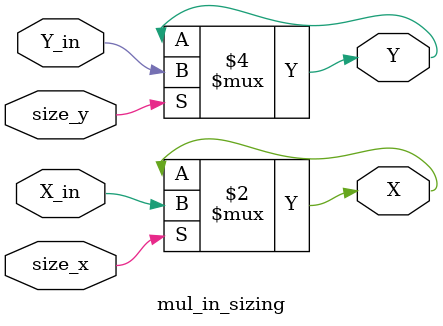
<source format=v>
`timescale 1ns / 1ps

module mul_in_sizing(
    input size_x,
    input size_y,
    input X_in,
    input Y_in,
    output X,
    output Y
    );
    
   assign  X = (size_x == 1) ? X_in : X;
   assign  Y = (size_y == 1) ? Y_in : Y;    
    
endmodule

</source>
